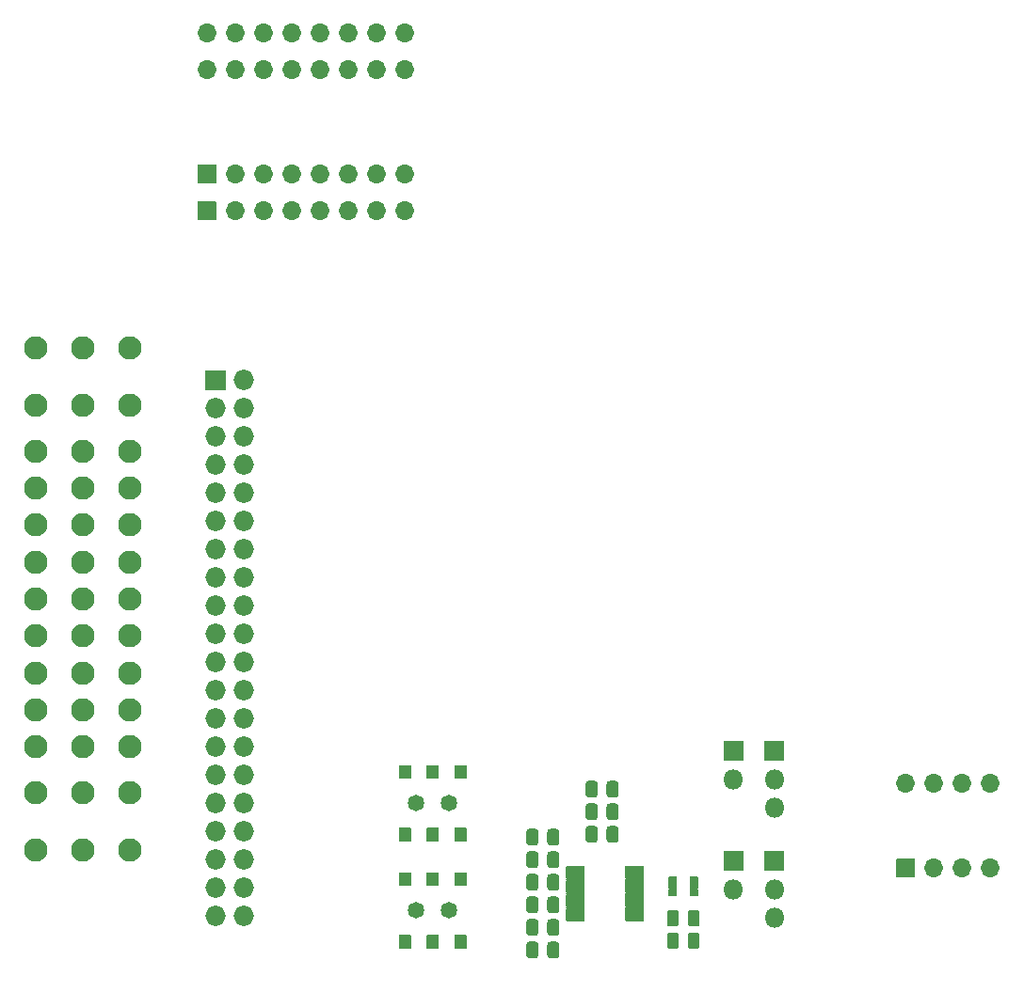
<source format=gts>
G04 #@! TF.GenerationSoftware,KiCad,Pcbnew,(5.1.9-0-10_14)*
G04 #@! TF.CreationDate,2021-05-12T23:54:49+10:00*
G04 #@! TF.ProjectId,Shield,53686965-6c64-42e6-9b69-6361645f7063,rev?*
G04 #@! TF.SameCoordinates,Original*
G04 #@! TF.FileFunction,Soldermask,Top*
G04 #@! TF.FilePolarity,Negative*
%FSLAX46Y46*%
G04 Gerber Fmt 4.6, Leading zero omitted, Abs format (unit mm)*
G04 Created by KiCad (PCBNEW (5.1.9-0-10_14)) date 2021-05-12 23:54:49*
%MOMM*%
%LPD*%
G01*
G04 APERTURE LIST*
%ADD10C,2.102000*%
%ADD11O,1.702000X1.702000*%
%ADD12O,1.829200X1.829200*%
%ADD13O,1.802000X1.802000*%
%ADD14C,1.483000*%
%ADD15C,0.100000*%
G04 APERTURE END LIST*
D10*
X97670000Y-118497000D03*
X97670000Y-121827000D03*
X97670000Y-125157000D03*
X97670000Y-128487000D03*
X97670000Y-131817000D03*
X97670000Y-101027000D03*
X101870000Y-101027000D03*
X101870000Y-131817000D03*
X101870000Y-128487000D03*
X101870000Y-125157000D03*
X101870000Y-121827000D03*
X101870000Y-118497000D03*
X106070000Y-118497000D03*
X106070000Y-121827000D03*
X106070000Y-101027000D03*
X106070000Y-131817000D03*
X106070000Y-125157000D03*
X106070000Y-128487000D03*
X101870000Y-141133000D03*
X101870000Y-95861000D03*
X106070000Y-141133000D03*
X106070000Y-95861000D03*
X97670000Y-141133000D03*
X97670000Y-95861000D03*
X101870000Y-135967000D03*
X106070000Y-135967000D03*
X97670000Y-135967000D03*
X101870000Y-115167000D03*
X101870000Y-111837000D03*
X101870000Y-108507000D03*
X101870000Y-105177000D03*
X106070000Y-105177000D03*
X106070000Y-108507000D03*
X106070000Y-111837000D03*
X106070000Y-115167000D03*
X97670000Y-105177000D03*
X97670000Y-108507000D03*
X97670000Y-111837000D03*
X97670000Y-115167000D03*
G36*
G01*
X113830000Y-84417000D02*
X112230000Y-84417000D01*
G75*
G02*
X112179000Y-84366000I0J51000D01*
G01*
X112179000Y-82766000D01*
G75*
G02*
X112230000Y-82715000I51000J0D01*
G01*
X113830000Y-82715000D01*
G75*
G02*
X113881000Y-82766000I0J-51000D01*
G01*
X113881000Y-84366000D01*
G75*
G02*
X113830000Y-84417000I-51000J0D01*
G01*
G37*
D11*
X130810000Y-70866000D03*
X115570000Y-83566000D03*
X128270000Y-70866000D03*
X118110000Y-83566000D03*
X125730000Y-70866000D03*
X120650000Y-83566000D03*
X123190000Y-70866000D03*
X123190000Y-83566000D03*
X120650000Y-70866000D03*
X125730000Y-83566000D03*
X118110000Y-70866000D03*
X128270000Y-83566000D03*
X115570000Y-70866000D03*
X130810000Y-83566000D03*
X113030000Y-70866000D03*
G36*
G01*
X112877400Y-99669600D02*
X112877400Y-97942400D01*
G75*
G02*
X112928400Y-97891400I51000J0D01*
G01*
X114655600Y-97891400D01*
G75*
G02*
X114706600Y-97942400I0J-51000D01*
G01*
X114706600Y-99669600D01*
G75*
G02*
X114655600Y-99720600I-51000J0D01*
G01*
X112928400Y-99720600D01*
G75*
G02*
X112877400Y-99669600I0J51000D01*
G01*
G37*
D12*
X116332000Y-98806000D03*
X113792000Y-101346000D03*
X116332000Y-101346000D03*
X113792000Y-103886000D03*
X116332000Y-103886000D03*
X113792000Y-106426000D03*
X116332000Y-106426000D03*
X113792000Y-108966000D03*
X116332000Y-108966000D03*
X113792000Y-111506000D03*
X116332000Y-111506000D03*
X113792000Y-114046000D03*
X116332000Y-114046000D03*
X113792000Y-116586000D03*
X116332000Y-116586000D03*
X113792000Y-119126000D03*
X116332000Y-119126000D03*
X113792000Y-121666000D03*
X116332000Y-121666000D03*
X113792000Y-124206000D03*
X116332000Y-124206000D03*
X113792000Y-126746000D03*
X116332000Y-126746000D03*
X113792000Y-129286000D03*
X116332000Y-129286000D03*
X113792000Y-131826000D03*
X116332000Y-131826000D03*
X113792000Y-134366000D03*
X116332000Y-134366000D03*
X113792000Y-136906000D03*
X116332000Y-136906000D03*
X113792000Y-139446000D03*
X116332000Y-139446000D03*
X113792000Y-141986000D03*
X116332000Y-141986000D03*
X113792000Y-144526000D03*
X116332000Y-144526000D03*
X113792000Y-147066000D03*
X116332000Y-147066000D03*
G36*
G01*
X142857000Y-147600250D02*
X142857000Y-148563750D01*
G75*
G02*
X142587750Y-148833000I-269250J0D01*
G01*
X142049250Y-148833000D01*
G75*
G02*
X141780000Y-148563750I0J269250D01*
G01*
X141780000Y-147600250D01*
G75*
G02*
X142049250Y-147331000I269250J0D01*
G01*
X142587750Y-147331000D01*
G75*
G02*
X142857000Y-147600250I0J-269250D01*
G01*
G37*
G36*
G01*
X144732000Y-147600250D02*
X144732000Y-148563750D01*
G75*
G02*
X144462750Y-148833000I-269250J0D01*
G01*
X143924250Y-148833000D01*
G75*
G02*
X143655000Y-148563750I0J269250D01*
G01*
X143655000Y-147600250D01*
G75*
G02*
X143924250Y-147331000I269250J0D01*
G01*
X144462750Y-147331000D01*
G75*
G02*
X144732000Y-147600250I0J-269250D01*
G01*
G37*
G36*
G01*
X148989000Y-140181750D02*
X148989000Y-139218250D01*
G75*
G02*
X149258250Y-138949000I269250J0D01*
G01*
X149796750Y-138949000D01*
G75*
G02*
X150066000Y-139218250I0J-269250D01*
G01*
X150066000Y-140181750D01*
G75*
G02*
X149796750Y-140451000I-269250J0D01*
G01*
X149258250Y-140451000D01*
G75*
G02*
X148989000Y-140181750I0J269250D01*
G01*
G37*
G36*
G01*
X147114000Y-140181750D02*
X147114000Y-139218250D01*
G75*
G02*
X147383250Y-138949000I269250J0D01*
G01*
X147921750Y-138949000D01*
G75*
G02*
X148191000Y-139218250I0J-269250D01*
G01*
X148191000Y-140181750D01*
G75*
G02*
X147921750Y-140451000I-269250J0D01*
G01*
X147383250Y-140451000D01*
G75*
G02*
X147114000Y-140181750I0J269250D01*
G01*
G37*
G36*
G01*
X141780000Y-142467750D02*
X141780000Y-141504250D01*
G75*
G02*
X142049250Y-141235000I269250J0D01*
G01*
X142587750Y-141235000D01*
G75*
G02*
X142857000Y-141504250I0J-269250D01*
G01*
X142857000Y-142467750D01*
G75*
G02*
X142587750Y-142737000I-269250J0D01*
G01*
X142049250Y-142737000D01*
G75*
G02*
X141780000Y-142467750I0J269250D01*
G01*
G37*
G36*
G01*
X143655000Y-142467750D02*
X143655000Y-141504250D01*
G75*
G02*
X143924250Y-141235000I269250J0D01*
G01*
X144462750Y-141235000D01*
G75*
G02*
X144732000Y-141504250I0J-269250D01*
G01*
X144732000Y-142467750D01*
G75*
G02*
X144462750Y-142737000I-269250J0D01*
G01*
X143924250Y-142737000D01*
G75*
G02*
X143655000Y-142467750I0J269250D01*
G01*
G37*
G36*
G01*
X147114000Y-138149750D02*
X147114000Y-137186250D01*
G75*
G02*
X147383250Y-136917000I269250J0D01*
G01*
X147921750Y-136917000D01*
G75*
G02*
X148191000Y-137186250I0J-269250D01*
G01*
X148191000Y-138149750D01*
G75*
G02*
X147921750Y-138419000I-269250J0D01*
G01*
X147383250Y-138419000D01*
G75*
G02*
X147114000Y-138149750I0J269250D01*
G01*
G37*
G36*
G01*
X148989000Y-138149750D02*
X148989000Y-137186250D01*
G75*
G02*
X149258250Y-136917000I269250J0D01*
G01*
X149796750Y-136917000D01*
G75*
G02*
X150066000Y-137186250I0J-269250D01*
G01*
X150066000Y-138149750D01*
G75*
G02*
X149796750Y-138419000I-269250J0D01*
G01*
X149258250Y-138419000D01*
G75*
G02*
X148989000Y-138149750I0J269250D01*
G01*
G37*
G36*
G01*
X148989000Y-136117750D02*
X148989000Y-135154250D01*
G75*
G02*
X149258250Y-134885000I269250J0D01*
G01*
X149796750Y-134885000D01*
G75*
G02*
X150066000Y-135154250I0J-269250D01*
G01*
X150066000Y-136117750D01*
G75*
G02*
X149796750Y-136387000I-269250J0D01*
G01*
X149258250Y-136387000D01*
G75*
G02*
X148989000Y-136117750I0J269250D01*
G01*
G37*
G36*
G01*
X147114000Y-136117750D02*
X147114000Y-135154250D01*
G75*
G02*
X147383250Y-134885000I269250J0D01*
G01*
X147921750Y-134885000D01*
G75*
G02*
X148191000Y-135154250I0J-269250D01*
G01*
X148191000Y-136117750D01*
G75*
G02*
X147921750Y-136387000I-269250J0D01*
G01*
X147383250Y-136387000D01*
G75*
G02*
X147114000Y-136117750I0J269250D01*
G01*
G37*
G36*
G01*
X152349300Y-147051500D02*
X152349300Y-147461500D01*
G75*
G02*
X152298300Y-147512500I-51000J0D01*
G01*
X150698300Y-147512500D01*
G75*
G02*
X150647300Y-147461500I0J51000D01*
G01*
X150647300Y-147051500D01*
G75*
G02*
X150698300Y-147000500I51000J0D01*
G01*
X152298300Y-147000500D01*
G75*
G02*
X152349300Y-147051500I0J-51000D01*
G01*
G37*
G36*
G01*
X152349300Y-146416500D02*
X152349300Y-146826500D01*
G75*
G02*
X152298300Y-146877500I-51000J0D01*
G01*
X150698300Y-146877500D01*
G75*
G02*
X150647300Y-146826500I0J51000D01*
G01*
X150647300Y-146416500D01*
G75*
G02*
X150698300Y-146365500I51000J0D01*
G01*
X152298300Y-146365500D01*
G75*
G02*
X152349300Y-146416500I0J-51000D01*
G01*
G37*
G36*
G01*
X152349300Y-145781500D02*
X152349300Y-146191500D01*
G75*
G02*
X152298300Y-146242500I-51000J0D01*
G01*
X150698300Y-146242500D01*
G75*
G02*
X150647300Y-146191500I0J51000D01*
G01*
X150647300Y-145781500D01*
G75*
G02*
X150698300Y-145730500I51000J0D01*
G01*
X152298300Y-145730500D01*
G75*
G02*
X152349300Y-145781500I0J-51000D01*
G01*
G37*
G36*
G01*
X152349300Y-145146500D02*
X152349300Y-145556500D01*
G75*
G02*
X152298300Y-145607500I-51000J0D01*
G01*
X150698300Y-145607500D01*
G75*
G02*
X150647300Y-145556500I0J51000D01*
G01*
X150647300Y-145146500D01*
G75*
G02*
X150698300Y-145095500I51000J0D01*
G01*
X152298300Y-145095500D01*
G75*
G02*
X152349300Y-145146500I0J-51000D01*
G01*
G37*
G36*
G01*
X152349300Y-144511500D02*
X152349300Y-144921500D01*
G75*
G02*
X152298300Y-144972500I-51000J0D01*
G01*
X150698300Y-144972500D01*
G75*
G02*
X150647300Y-144921500I0J51000D01*
G01*
X150647300Y-144511500D01*
G75*
G02*
X150698300Y-144460500I51000J0D01*
G01*
X152298300Y-144460500D01*
G75*
G02*
X152349300Y-144511500I0J-51000D01*
G01*
G37*
G36*
G01*
X152349300Y-143876500D02*
X152349300Y-144286500D01*
G75*
G02*
X152298300Y-144337500I-51000J0D01*
G01*
X150698300Y-144337500D01*
G75*
G02*
X150647300Y-144286500I0J51000D01*
G01*
X150647300Y-143876500D01*
G75*
G02*
X150698300Y-143825500I51000J0D01*
G01*
X152298300Y-143825500D01*
G75*
G02*
X152349300Y-143876500I0J-51000D01*
G01*
G37*
G36*
G01*
X152349300Y-143241500D02*
X152349300Y-143651500D01*
G75*
G02*
X152298300Y-143702500I-51000J0D01*
G01*
X150698300Y-143702500D01*
G75*
G02*
X150647300Y-143651500I0J51000D01*
G01*
X150647300Y-143241500D01*
G75*
G02*
X150698300Y-143190500I51000J0D01*
G01*
X152298300Y-143190500D01*
G75*
G02*
X152349300Y-143241500I0J-51000D01*
G01*
G37*
G36*
G01*
X152349300Y-142606500D02*
X152349300Y-143016500D01*
G75*
G02*
X152298300Y-143067500I-51000J0D01*
G01*
X150698300Y-143067500D01*
G75*
G02*
X150647300Y-143016500I0J51000D01*
G01*
X150647300Y-142606500D01*
G75*
G02*
X150698300Y-142555500I51000J0D01*
G01*
X152298300Y-142555500D01*
G75*
G02*
X152349300Y-142606500I0J-51000D01*
G01*
G37*
G36*
G01*
X147040700Y-142606500D02*
X147040700Y-143016500D01*
G75*
G02*
X146989700Y-143067500I-51000J0D01*
G01*
X145389700Y-143067500D01*
G75*
G02*
X145338700Y-143016500I0J51000D01*
G01*
X145338700Y-142606500D01*
G75*
G02*
X145389700Y-142555500I51000J0D01*
G01*
X146989700Y-142555500D01*
G75*
G02*
X147040700Y-142606500I0J-51000D01*
G01*
G37*
G36*
G01*
X147040700Y-143241500D02*
X147040700Y-143651500D01*
G75*
G02*
X146989700Y-143702500I-51000J0D01*
G01*
X145389700Y-143702500D01*
G75*
G02*
X145338700Y-143651500I0J51000D01*
G01*
X145338700Y-143241500D01*
G75*
G02*
X145389700Y-143190500I51000J0D01*
G01*
X146989700Y-143190500D01*
G75*
G02*
X147040700Y-143241500I0J-51000D01*
G01*
G37*
G36*
G01*
X147040700Y-143876500D02*
X147040700Y-144286500D01*
G75*
G02*
X146989700Y-144337500I-51000J0D01*
G01*
X145389700Y-144337500D01*
G75*
G02*
X145338700Y-144286500I0J51000D01*
G01*
X145338700Y-143876500D01*
G75*
G02*
X145389700Y-143825500I51000J0D01*
G01*
X146989700Y-143825500D01*
G75*
G02*
X147040700Y-143876500I0J-51000D01*
G01*
G37*
G36*
G01*
X147040700Y-144511500D02*
X147040700Y-144921500D01*
G75*
G02*
X146989700Y-144972500I-51000J0D01*
G01*
X145389700Y-144972500D01*
G75*
G02*
X145338700Y-144921500I0J51000D01*
G01*
X145338700Y-144511500D01*
G75*
G02*
X145389700Y-144460500I51000J0D01*
G01*
X146989700Y-144460500D01*
G75*
G02*
X147040700Y-144511500I0J-51000D01*
G01*
G37*
G36*
G01*
X147040700Y-145146500D02*
X147040700Y-145556500D01*
G75*
G02*
X146989700Y-145607500I-51000J0D01*
G01*
X145389700Y-145607500D01*
G75*
G02*
X145338700Y-145556500I0J51000D01*
G01*
X145338700Y-145146500D01*
G75*
G02*
X145389700Y-145095500I51000J0D01*
G01*
X146989700Y-145095500D01*
G75*
G02*
X147040700Y-145146500I0J-51000D01*
G01*
G37*
G36*
G01*
X147040700Y-145781500D02*
X147040700Y-146191500D01*
G75*
G02*
X146989700Y-146242500I-51000J0D01*
G01*
X145389700Y-146242500D01*
G75*
G02*
X145338700Y-146191500I0J51000D01*
G01*
X145338700Y-145781500D01*
G75*
G02*
X145389700Y-145730500I51000J0D01*
G01*
X146989700Y-145730500D01*
G75*
G02*
X147040700Y-145781500I0J-51000D01*
G01*
G37*
G36*
G01*
X147040700Y-146416500D02*
X147040700Y-146826500D01*
G75*
G02*
X146989700Y-146877500I-51000J0D01*
G01*
X145389700Y-146877500D01*
G75*
G02*
X145338700Y-146826500I0J51000D01*
G01*
X145338700Y-146416500D01*
G75*
G02*
X145389700Y-146365500I51000J0D01*
G01*
X146989700Y-146365500D01*
G75*
G02*
X147040700Y-146416500I0J-51000D01*
G01*
G37*
G36*
G01*
X147040700Y-147051500D02*
X147040700Y-147461500D01*
G75*
G02*
X146989700Y-147512500I-51000J0D01*
G01*
X145389700Y-147512500D01*
G75*
G02*
X145338700Y-147461500I0J51000D01*
G01*
X145338700Y-147051500D01*
G75*
G02*
X145389700Y-147000500I51000J0D01*
G01*
X146989700Y-147000500D01*
G75*
G02*
X147040700Y-147051500I0J-51000D01*
G01*
G37*
G36*
G01*
X164985000Y-131357000D02*
X164985000Y-133057000D01*
G75*
G02*
X164934000Y-133108000I-51000J0D01*
G01*
X163234000Y-133108000D01*
G75*
G02*
X163183000Y-133057000I0J51000D01*
G01*
X163183000Y-131357000D01*
G75*
G02*
X163234000Y-131306000I51000J0D01*
G01*
X164934000Y-131306000D01*
G75*
G02*
X164985000Y-131357000I0J-51000D01*
G01*
G37*
D13*
X164084000Y-134747000D03*
X164084000Y-137287000D03*
X164084000Y-147193000D03*
X164084000Y-144653000D03*
G36*
G01*
X163183000Y-142963000D02*
X163183000Y-141263000D01*
G75*
G02*
X163234000Y-141212000I51000J0D01*
G01*
X164934000Y-141212000D01*
G75*
G02*
X164985000Y-141263000I0J-51000D01*
G01*
X164985000Y-142963000D01*
G75*
G02*
X164934000Y-143014000I-51000J0D01*
G01*
X163234000Y-143014000D01*
G75*
G02*
X163183000Y-142963000I0J51000D01*
G01*
G37*
G36*
G01*
X159500000Y-133057000D02*
X159500000Y-131357000D01*
G75*
G02*
X159551000Y-131306000I51000J0D01*
G01*
X161251000Y-131306000D01*
G75*
G02*
X161302000Y-131357000I0J-51000D01*
G01*
X161302000Y-133057000D01*
G75*
G02*
X161251000Y-133108000I-51000J0D01*
G01*
X159551000Y-133108000D01*
G75*
G02*
X159500000Y-133057000I0J51000D01*
G01*
G37*
X160401000Y-134747000D03*
X160401000Y-144653000D03*
G36*
G01*
X159500000Y-142963000D02*
X159500000Y-141263000D01*
G75*
G02*
X159551000Y-141212000I51000J0D01*
G01*
X161251000Y-141212000D01*
G75*
G02*
X161302000Y-141263000I0J-51000D01*
G01*
X161302000Y-142963000D01*
G75*
G02*
X161251000Y-143014000I-51000J0D01*
G01*
X159551000Y-143014000D01*
G75*
G02*
X159500000Y-142963000I0J51000D01*
G01*
G37*
G36*
G01*
X157218500Y-144849000D02*
X157218500Y-145249000D01*
G75*
G02*
X157167500Y-145300000I-51000J0D01*
G01*
X156517500Y-145300000D01*
G75*
G02*
X156466500Y-145249000I0J51000D01*
G01*
X156466500Y-144849000D01*
G75*
G02*
X156517500Y-144798000I51000J0D01*
G01*
X157167500Y-144798000D01*
G75*
G02*
X157218500Y-144849000I0J-51000D01*
G01*
G37*
G36*
G01*
X157218500Y-143549000D02*
X157218500Y-143949000D01*
G75*
G02*
X157167500Y-144000000I-51000J0D01*
G01*
X156517500Y-144000000D01*
G75*
G02*
X156466500Y-143949000I0J51000D01*
G01*
X156466500Y-143549000D01*
G75*
G02*
X156517500Y-143498000I51000J0D01*
G01*
X157167500Y-143498000D01*
G75*
G02*
X157218500Y-143549000I0J-51000D01*
G01*
G37*
G36*
G01*
X155318500Y-144199000D02*
X155318500Y-144599000D01*
G75*
G02*
X155267500Y-144650000I-51000J0D01*
G01*
X154617500Y-144650000D01*
G75*
G02*
X154566500Y-144599000I0J51000D01*
G01*
X154566500Y-144199000D01*
G75*
G02*
X154617500Y-144148000I51000J0D01*
G01*
X155267500Y-144148000D01*
G75*
G02*
X155318500Y-144199000I0J-51000D01*
G01*
G37*
G36*
G01*
X157218500Y-144199000D02*
X157218500Y-144599000D01*
G75*
G02*
X157167500Y-144650000I-51000J0D01*
G01*
X156517500Y-144650000D01*
G75*
G02*
X156466500Y-144599000I0J51000D01*
G01*
X156466500Y-144199000D01*
G75*
G02*
X156517500Y-144148000I51000J0D01*
G01*
X157167500Y-144148000D01*
G75*
G02*
X157218500Y-144199000I0J-51000D01*
G01*
G37*
G36*
G01*
X155318500Y-143549000D02*
X155318500Y-143949000D01*
G75*
G02*
X155267500Y-144000000I-51000J0D01*
G01*
X154617500Y-144000000D01*
G75*
G02*
X154566500Y-143949000I0J51000D01*
G01*
X154566500Y-143549000D01*
G75*
G02*
X154617500Y-143498000I51000J0D01*
G01*
X155267500Y-143498000D01*
G75*
G02*
X155318500Y-143549000I0J-51000D01*
G01*
G37*
G36*
G01*
X155318500Y-144849000D02*
X155318500Y-145249000D01*
G75*
G02*
X155267500Y-145300000I-51000J0D01*
G01*
X154617500Y-145300000D01*
G75*
G02*
X154566500Y-145249000I0J51000D01*
G01*
X154566500Y-144849000D01*
G75*
G02*
X154617500Y-144798000I51000J0D01*
G01*
X155267500Y-144798000D01*
G75*
G02*
X155318500Y-144849000I0J-51000D01*
G01*
G37*
G36*
G01*
X155493500Y-146774750D02*
X155493500Y-147738250D01*
G75*
G02*
X155224250Y-148007500I-269250J0D01*
G01*
X154685750Y-148007500D01*
G75*
G02*
X154416500Y-147738250I0J269250D01*
G01*
X154416500Y-146774750D01*
G75*
G02*
X154685750Y-146505500I269250J0D01*
G01*
X155224250Y-146505500D01*
G75*
G02*
X155493500Y-146774750I0J-269250D01*
G01*
G37*
G36*
G01*
X157368500Y-146774750D02*
X157368500Y-147738250D01*
G75*
G02*
X157099250Y-148007500I-269250J0D01*
G01*
X156560750Y-148007500D01*
G75*
G02*
X156291500Y-147738250I0J269250D01*
G01*
X156291500Y-146774750D01*
G75*
G02*
X156560750Y-146505500I269250J0D01*
G01*
X157099250Y-146505500D01*
G75*
G02*
X157368500Y-146774750I0J-269250D01*
G01*
G37*
G36*
G01*
X154416500Y-149758251D02*
X154416500Y-148794751D01*
G75*
G02*
X154685750Y-148525501I269250J0D01*
G01*
X155224250Y-148525501D01*
G75*
G02*
X155493500Y-148794751I0J-269250D01*
G01*
X155493500Y-149758251D01*
G75*
G02*
X155224250Y-150027501I-269250J0D01*
G01*
X154685750Y-150027501D01*
G75*
G02*
X154416500Y-149758251I0J269250D01*
G01*
G37*
G36*
G01*
X156291500Y-149758251D02*
X156291500Y-148794751D01*
G75*
G02*
X156560750Y-148525501I269250J0D01*
G01*
X157099250Y-148525501D01*
G75*
G02*
X157368500Y-148794751I0J-269250D01*
G01*
X157368500Y-149758251D01*
G75*
G02*
X157099250Y-150027501I-269250J0D01*
G01*
X156560750Y-150027501D01*
G75*
G02*
X156291500Y-149758251I0J269250D01*
G01*
G37*
G36*
G01*
X141780000Y-150595750D02*
X141780000Y-149632250D01*
G75*
G02*
X142049250Y-149363000I269250J0D01*
G01*
X142587750Y-149363000D01*
G75*
G02*
X142857000Y-149632250I0J-269250D01*
G01*
X142857000Y-150595750D01*
G75*
G02*
X142587750Y-150865000I-269250J0D01*
G01*
X142049250Y-150865000D01*
G75*
G02*
X141780000Y-150595750I0J269250D01*
G01*
G37*
G36*
G01*
X143655000Y-150595750D02*
X143655000Y-149632250D01*
G75*
G02*
X143924250Y-149363000I269250J0D01*
G01*
X144462750Y-149363000D01*
G75*
G02*
X144732000Y-149632250I0J-269250D01*
G01*
X144732000Y-150595750D01*
G75*
G02*
X144462750Y-150865000I-269250J0D01*
G01*
X143924250Y-150865000D01*
G75*
G02*
X143655000Y-150595750I0J269250D01*
G01*
G37*
G36*
G01*
X141780000Y-146531750D02*
X141780000Y-145568250D01*
G75*
G02*
X142049250Y-145299000I269250J0D01*
G01*
X142587750Y-145299000D01*
G75*
G02*
X142857000Y-145568250I0J-269250D01*
G01*
X142857000Y-146531750D01*
G75*
G02*
X142587750Y-146801000I-269250J0D01*
G01*
X142049250Y-146801000D01*
G75*
G02*
X141780000Y-146531750I0J269250D01*
G01*
G37*
G36*
G01*
X143655000Y-146531750D02*
X143655000Y-145568250D01*
G75*
G02*
X143924250Y-145299000I269250J0D01*
G01*
X144462750Y-145299000D01*
G75*
G02*
X144732000Y-145568250I0J-269250D01*
G01*
X144732000Y-146531750D01*
G75*
G02*
X144462750Y-146801000I-269250J0D01*
G01*
X143924250Y-146801000D01*
G75*
G02*
X143655000Y-146531750I0J269250D01*
G01*
G37*
G36*
G01*
X143655000Y-144499750D02*
X143655000Y-143536250D01*
G75*
G02*
X143924250Y-143267000I269250J0D01*
G01*
X144462750Y-143267000D01*
G75*
G02*
X144732000Y-143536250I0J-269250D01*
G01*
X144732000Y-144499750D01*
G75*
G02*
X144462750Y-144769000I-269250J0D01*
G01*
X143924250Y-144769000D01*
G75*
G02*
X143655000Y-144499750I0J269250D01*
G01*
G37*
G36*
G01*
X141780000Y-144499750D02*
X141780000Y-143536250D01*
G75*
G02*
X142049250Y-143267000I269250J0D01*
G01*
X142587750Y-143267000D01*
G75*
G02*
X142857000Y-143536250I0J-269250D01*
G01*
X142857000Y-144499750D01*
G75*
G02*
X142587750Y-144769000I-269250J0D01*
G01*
X142049250Y-144769000D01*
G75*
G02*
X141780000Y-144499750I0J269250D01*
G01*
G37*
G36*
G01*
X143655000Y-140435750D02*
X143655000Y-139472250D01*
G75*
G02*
X143924250Y-139203000I269250J0D01*
G01*
X144462750Y-139203000D01*
G75*
G02*
X144732000Y-139472250I0J-269250D01*
G01*
X144732000Y-140435750D01*
G75*
G02*
X144462750Y-140705000I-269250J0D01*
G01*
X143924250Y-140705000D01*
G75*
G02*
X143655000Y-140435750I0J269250D01*
G01*
G37*
G36*
G01*
X141780000Y-140435750D02*
X141780000Y-139472250D01*
G75*
G02*
X142049250Y-139203000I269250J0D01*
G01*
X142587750Y-139203000D01*
G75*
G02*
X142857000Y-139472250I0J-269250D01*
G01*
X142857000Y-140435750D01*
G75*
G02*
X142587750Y-140705000I-269250J0D01*
G01*
X142049250Y-140705000D01*
G75*
G02*
X141780000Y-140435750I0J269250D01*
G01*
G37*
D14*
X134850000Y-146558000D03*
X131850000Y-146558000D03*
G36*
G01*
X135299000Y-149958000D02*
X135299000Y-148808000D01*
G75*
G02*
X135350000Y-148757000I51000J0D01*
G01*
X136350000Y-148757000D01*
G75*
G02*
X136401000Y-148808000I0J-51000D01*
G01*
X136401000Y-149958000D01*
G75*
G02*
X136350000Y-150009000I-51000J0D01*
G01*
X135350000Y-150009000D01*
G75*
G02*
X135299000Y-149958000I0J51000D01*
G01*
G37*
G36*
G01*
X132799000Y-149958000D02*
X132799000Y-148808000D01*
G75*
G02*
X132850000Y-148757000I51000J0D01*
G01*
X133850000Y-148757000D01*
G75*
G02*
X133901000Y-148808000I0J-51000D01*
G01*
X133901000Y-149958000D01*
G75*
G02*
X133850000Y-150009000I-51000J0D01*
G01*
X132850000Y-150009000D01*
G75*
G02*
X132799000Y-149958000I0J51000D01*
G01*
G37*
G36*
G01*
X130299000Y-149958000D02*
X130299000Y-148808000D01*
G75*
G02*
X130350000Y-148757000I51000J0D01*
G01*
X131350000Y-148757000D01*
G75*
G02*
X131401000Y-148808000I0J-51000D01*
G01*
X131401000Y-149958000D01*
G75*
G02*
X131350000Y-150009000I-51000J0D01*
G01*
X130350000Y-150009000D01*
G75*
G02*
X130299000Y-149958000I0J51000D01*
G01*
G37*
G36*
G01*
X135299000Y-144308000D02*
X135299000Y-143158000D01*
G75*
G02*
X135350000Y-143107000I51000J0D01*
G01*
X136350000Y-143107000D01*
G75*
G02*
X136401000Y-143158000I0J-51000D01*
G01*
X136401000Y-144308000D01*
G75*
G02*
X136350000Y-144359000I-51000J0D01*
G01*
X135350000Y-144359000D01*
G75*
G02*
X135299000Y-144308000I0J51000D01*
G01*
G37*
G36*
G01*
X132799000Y-144308000D02*
X132799000Y-143158000D01*
G75*
G02*
X132850000Y-143107000I51000J0D01*
G01*
X133850000Y-143107000D01*
G75*
G02*
X133901000Y-143158000I0J-51000D01*
G01*
X133901000Y-144308000D01*
G75*
G02*
X133850000Y-144359000I-51000J0D01*
G01*
X132850000Y-144359000D01*
G75*
G02*
X132799000Y-144308000I0J51000D01*
G01*
G37*
G36*
G01*
X130299000Y-144308000D02*
X130299000Y-143158000D01*
G75*
G02*
X130350000Y-143107000I51000J0D01*
G01*
X131350000Y-143107000D01*
G75*
G02*
X131401000Y-143158000I0J-51000D01*
G01*
X131401000Y-144308000D01*
G75*
G02*
X131350000Y-144359000I-51000J0D01*
G01*
X130350000Y-144359000D01*
G75*
G02*
X130299000Y-144308000I0J51000D01*
G01*
G37*
G36*
G01*
X130299000Y-134656000D02*
X130299000Y-133506000D01*
G75*
G02*
X130350000Y-133455000I51000J0D01*
G01*
X131350000Y-133455000D01*
G75*
G02*
X131401000Y-133506000I0J-51000D01*
G01*
X131401000Y-134656000D01*
G75*
G02*
X131350000Y-134707000I-51000J0D01*
G01*
X130350000Y-134707000D01*
G75*
G02*
X130299000Y-134656000I0J51000D01*
G01*
G37*
G36*
G01*
X132799000Y-134656000D02*
X132799000Y-133506000D01*
G75*
G02*
X132850000Y-133455000I51000J0D01*
G01*
X133850000Y-133455000D01*
G75*
G02*
X133901000Y-133506000I0J-51000D01*
G01*
X133901000Y-134656000D01*
G75*
G02*
X133850000Y-134707000I-51000J0D01*
G01*
X132850000Y-134707000D01*
G75*
G02*
X132799000Y-134656000I0J51000D01*
G01*
G37*
G36*
G01*
X135299000Y-134656000D02*
X135299000Y-133506000D01*
G75*
G02*
X135350000Y-133455000I51000J0D01*
G01*
X136350000Y-133455000D01*
G75*
G02*
X136401000Y-133506000I0J-51000D01*
G01*
X136401000Y-134656000D01*
G75*
G02*
X136350000Y-134707000I-51000J0D01*
G01*
X135350000Y-134707000D01*
G75*
G02*
X135299000Y-134656000I0J51000D01*
G01*
G37*
G36*
G01*
X130299000Y-140306000D02*
X130299000Y-139156000D01*
G75*
G02*
X130350000Y-139105000I51000J0D01*
G01*
X131350000Y-139105000D01*
G75*
G02*
X131401000Y-139156000I0J-51000D01*
G01*
X131401000Y-140306000D01*
G75*
G02*
X131350000Y-140357000I-51000J0D01*
G01*
X130350000Y-140357000D01*
G75*
G02*
X130299000Y-140306000I0J51000D01*
G01*
G37*
G36*
G01*
X132799000Y-140306000D02*
X132799000Y-139156000D01*
G75*
G02*
X132850000Y-139105000I51000J0D01*
G01*
X133850000Y-139105000D01*
G75*
G02*
X133901000Y-139156000I0J-51000D01*
G01*
X133901000Y-140306000D01*
G75*
G02*
X133850000Y-140357000I-51000J0D01*
G01*
X132850000Y-140357000D01*
G75*
G02*
X132799000Y-140306000I0J51000D01*
G01*
G37*
G36*
G01*
X135299000Y-140306000D02*
X135299000Y-139156000D01*
G75*
G02*
X135350000Y-139105000I51000J0D01*
G01*
X136350000Y-139105000D01*
G75*
G02*
X136401000Y-139156000I0J-51000D01*
G01*
X136401000Y-140306000D01*
G75*
G02*
X136350000Y-140357000I-51000J0D01*
G01*
X135350000Y-140357000D01*
G75*
G02*
X135299000Y-140306000I0J51000D01*
G01*
G37*
X131850000Y-136906000D03*
X134850000Y-136906000D03*
G36*
G01*
X176695000Y-143599000D02*
X175095000Y-143599000D01*
G75*
G02*
X175044000Y-143548000I0J51000D01*
G01*
X175044000Y-141948000D01*
G75*
G02*
X175095000Y-141897000I51000J0D01*
G01*
X176695000Y-141897000D01*
G75*
G02*
X176746000Y-141948000I0J-51000D01*
G01*
X176746000Y-143548000D01*
G75*
G02*
X176695000Y-143599000I-51000J0D01*
G01*
G37*
D11*
X183515000Y-135128000D03*
X178435000Y-142748000D03*
X180975000Y-135128000D03*
X180975000Y-142748000D03*
X178435000Y-135128000D03*
X183515000Y-142748000D03*
X175895000Y-135128000D03*
G36*
G01*
X113851001Y-81083999D02*
X112251001Y-81083999D01*
G75*
G02*
X112200001Y-81032999I0J51000D01*
G01*
X112200001Y-79432999D01*
G75*
G02*
X112251001Y-79381999I51000J0D01*
G01*
X113851001Y-79381999D01*
G75*
G02*
X113902001Y-79432999I0J-51000D01*
G01*
X113902001Y-81032999D01*
G75*
G02*
X113851001Y-81083999I-51000J0D01*
G01*
G37*
X130831001Y-67532999D03*
X115591001Y-80232999D03*
X128291001Y-67532999D03*
X118131001Y-80232999D03*
X125751001Y-67532999D03*
X120671001Y-80232999D03*
X123211001Y-67532999D03*
X123211001Y-80232999D03*
X120671001Y-67532999D03*
X125751001Y-80232999D03*
X118131001Y-67532999D03*
X128291001Y-80232999D03*
X115591001Y-67532999D03*
X130831001Y-80232999D03*
X113051001Y-67532999D03*
D15*
G36*
X152351032Y-146876500D02*
G01*
X152351300Y-146877500D01*
X152351300Y-147000500D01*
X152350300Y-147002232D01*
X152349300Y-147002500D01*
X150647300Y-147002500D01*
X150645568Y-147001500D01*
X150645300Y-147000500D01*
X150645300Y-146877500D01*
X150646300Y-146875768D01*
X150647300Y-146875500D01*
X152349300Y-146875500D01*
X152351032Y-146876500D01*
G37*
G36*
X147042432Y-146876500D02*
G01*
X147042700Y-146877500D01*
X147042700Y-147000500D01*
X147041700Y-147002232D01*
X147040700Y-147002500D01*
X145338700Y-147002500D01*
X145336968Y-147001500D01*
X145336700Y-147000500D01*
X145336700Y-146877500D01*
X145337700Y-146875768D01*
X145338700Y-146875500D01*
X147040700Y-146875500D01*
X147042432Y-146876500D01*
G37*
G36*
X152351032Y-146241500D02*
G01*
X152351300Y-146242500D01*
X152351300Y-146365500D01*
X152350300Y-146367232D01*
X152349300Y-146367500D01*
X150647300Y-146367500D01*
X150645568Y-146366500D01*
X150645300Y-146365500D01*
X150645300Y-146242500D01*
X150646300Y-146240768D01*
X150647300Y-146240500D01*
X152349300Y-146240500D01*
X152351032Y-146241500D01*
G37*
G36*
X147042432Y-146241500D02*
G01*
X147042700Y-146242500D01*
X147042700Y-146365500D01*
X147041700Y-146367232D01*
X147040700Y-146367500D01*
X145338700Y-146367500D01*
X145336968Y-146366500D01*
X145336700Y-146365500D01*
X145336700Y-146242500D01*
X145337700Y-146240768D01*
X145338700Y-146240500D01*
X147040700Y-146240500D01*
X147042432Y-146241500D01*
G37*
G36*
X147042432Y-145606500D02*
G01*
X147042700Y-145607500D01*
X147042700Y-145730500D01*
X147041700Y-145732232D01*
X147040700Y-145732500D01*
X145338700Y-145732500D01*
X145336968Y-145731500D01*
X145336700Y-145730500D01*
X145336700Y-145607500D01*
X145337700Y-145605768D01*
X145338700Y-145605500D01*
X147040700Y-145605500D01*
X147042432Y-145606500D01*
G37*
G36*
X152351032Y-145606500D02*
G01*
X152351300Y-145607500D01*
X152351300Y-145730500D01*
X152350300Y-145732232D01*
X152349300Y-145732500D01*
X150647300Y-145732500D01*
X150645568Y-145731500D01*
X150645300Y-145730500D01*
X150645300Y-145607500D01*
X150646300Y-145605768D01*
X150647300Y-145605500D01*
X152349300Y-145605500D01*
X152351032Y-145606500D01*
G37*
G36*
X147042432Y-144971500D02*
G01*
X147042700Y-144972500D01*
X147042700Y-145095500D01*
X147041700Y-145097232D01*
X147040700Y-145097500D01*
X145338700Y-145097500D01*
X145336968Y-145096500D01*
X145336700Y-145095500D01*
X145336700Y-144972500D01*
X145337700Y-144970768D01*
X145338700Y-144970500D01*
X147040700Y-144970500D01*
X147042432Y-144971500D01*
G37*
G36*
X152351032Y-144971500D02*
G01*
X152351300Y-144972500D01*
X152351300Y-145095500D01*
X152350300Y-145097232D01*
X152349300Y-145097500D01*
X150647300Y-145097500D01*
X150645568Y-145096500D01*
X150645300Y-145095500D01*
X150645300Y-144972500D01*
X150646300Y-144970768D01*
X150647300Y-144970500D01*
X152349300Y-144970500D01*
X152351032Y-144971500D01*
G37*
G36*
X155320232Y-144649000D02*
G01*
X155320500Y-144650000D01*
X155320500Y-144798000D01*
X155319500Y-144799732D01*
X155318500Y-144800000D01*
X154566500Y-144800000D01*
X154564768Y-144799000D01*
X154564500Y-144798000D01*
X154564500Y-144650000D01*
X154565500Y-144648268D01*
X154566500Y-144648000D01*
X155318500Y-144648000D01*
X155320232Y-144649000D01*
G37*
G36*
X157220232Y-144649000D02*
G01*
X157220500Y-144650000D01*
X157220500Y-144798000D01*
X157219500Y-144799732D01*
X157218500Y-144800000D01*
X156466500Y-144800000D01*
X156464768Y-144799000D01*
X156464500Y-144798000D01*
X156464500Y-144650000D01*
X156465500Y-144648268D01*
X156466500Y-144648000D01*
X157218500Y-144648000D01*
X157220232Y-144649000D01*
G37*
G36*
X152351032Y-144336500D02*
G01*
X152351300Y-144337500D01*
X152351300Y-144460500D01*
X152350300Y-144462232D01*
X152349300Y-144462500D01*
X150647300Y-144462500D01*
X150645568Y-144461500D01*
X150645300Y-144460500D01*
X150645300Y-144337500D01*
X150646300Y-144335768D01*
X150647300Y-144335500D01*
X152349300Y-144335500D01*
X152351032Y-144336500D01*
G37*
G36*
X147042432Y-144336500D02*
G01*
X147042700Y-144337500D01*
X147042700Y-144460500D01*
X147041700Y-144462232D01*
X147040700Y-144462500D01*
X145338700Y-144462500D01*
X145336968Y-144461500D01*
X145336700Y-144460500D01*
X145336700Y-144337500D01*
X145337700Y-144335768D01*
X145338700Y-144335500D01*
X147040700Y-144335500D01*
X147042432Y-144336500D01*
G37*
G36*
X157220232Y-143999000D02*
G01*
X157220500Y-144000000D01*
X157220500Y-144148000D01*
X157219500Y-144149732D01*
X157218500Y-144150000D01*
X156466500Y-144150000D01*
X156464768Y-144149000D01*
X156464500Y-144148000D01*
X156464500Y-144000000D01*
X156465500Y-143998268D01*
X156466500Y-143998000D01*
X157218500Y-143998000D01*
X157220232Y-143999000D01*
G37*
G36*
X155320232Y-143999000D02*
G01*
X155320500Y-144000000D01*
X155320500Y-144148000D01*
X155319500Y-144149732D01*
X155318500Y-144150000D01*
X154566500Y-144150000D01*
X154564768Y-144149000D01*
X154564500Y-144148000D01*
X154564500Y-144000000D01*
X154565500Y-143998268D01*
X154566500Y-143998000D01*
X155318500Y-143998000D01*
X155320232Y-143999000D01*
G37*
G36*
X147042432Y-143701500D02*
G01*
X147042700Y-143702500D01*
X147042700Y-143825500D01*
X147041700Y-143827232D01*
X147040700Y-143827500D01*
X145338700Y-143827500D01*
X145336968Y-143826500D01*
X145336700Y-143825500D01*
X145336700Y-143702500D01*
X145337700Y-143700768D01*
X145338700Y-143700500D01*
X147040700Y-143700500D01*
X147042432Y-143701500D01*
G37*
G36*
X152351032Y-143701500D02*
G01*
X152351300Y-143702500D01*
X152351300Y-143825500D01*
X152350300Y-143827232D01*
X152349300Y-143827500D01*
X150647300Y-143827500D01*
X150645568Y-143826500D01*
X150645300Y-143825500D01*
X150645300Y-143702500D01*
X150646300Y-143700768D01*
X150647300Y-143700500D01*
X152349300Y-143700500D01*
X152351032Y-143701500D01*
G37*
G36*
X152351032Y-143066500D02*
G01*
X152351300Y-143067500D01*
X152351300Y-143190500D01*
X152350300Y-143192232D01*
X152349300Y-143192500D01*
X150647300Y-143192500D01*
X150645568Y-143191500D01*
X150645300Y-143190500D01*
X150645300Y-143067500D01*
X150646300Y-143065768D01*
X150647300Y-143065500D01*
X152349300Y-143065500D01*
X152351032Y-143066500D01*
G37*
G36*
X147042432Y-143066500D02*
G01*
X147042700Y-143067500D01*
X147042700Y-143190500D01*
X147041700Y-143192232D01*
X147040700Y-143192500D01*
X145338700Y-143192500D01*
X145336968Y-143191500D01*
X145336700Y-143190500D01*
X145336700Y-143067500D01*
X145337700Y-143065768D01*
X145338700Y-143065500D01*
X147040700Y-143065500D01*
X147042432Y-143066500D01*
G37*
M02*

</source>
